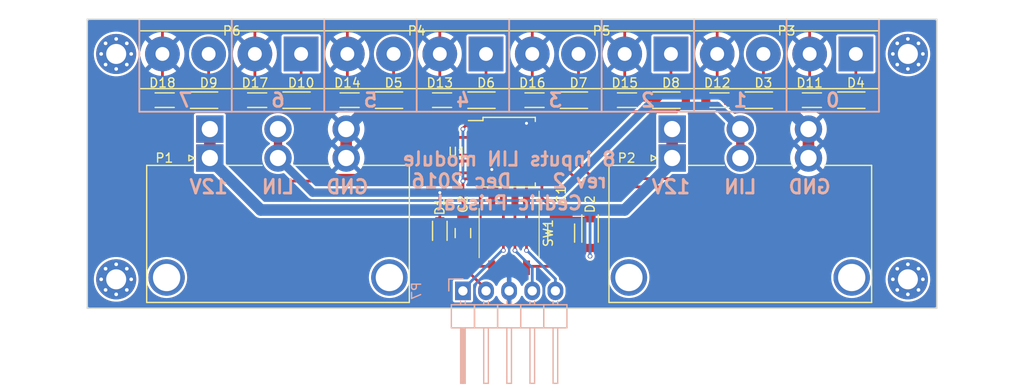
<source format=kicad_pcb>
(kicad_pcb (version 20221018) (generator pcbnew)
  (layers (0 "F.Cu" signal) (31 "B.Cu" signal) (34 "B.Paste" user) (35 "F.Paste" user) (36 "B.SilkS" user "B.Silkscreen") (37 "F.SilkS" user "F.Silkscreen") (38 "B.Mask" user) (39 "F.Mask" user) (44 "Edge.Cuts" user))
  (net 0 "")
  (net 1 "GND")
  (net 2 "Net-(U1-Pad12)")
  (net 3 "Net-(D10-Pad1)")
  (net 4 "Net-(D11-Pad1)")
  (net 5 "/lin_common/12V_UNPROTECTED")
  (net 6 "/lin_common/A0")
  (net 7 "/lin_common/A1")
  (net 8 "/lin_common/A2")
  (net 9 "/lin_common/A3")
  (net 10 "/Sheet584DA639/+12V")
  (net 11 "/Sheet584DA639/+5V")
  (net 12 "/Sheet584DA639/LBUS")
  (net 13 "Net-(D12-Pad1)")
  (net 14 "Net-(D14-Pad1)")
  (net 15 "Net-(D13-Pad1)")
  (net 16 "Net-(D16-Pad1)")
  (net 17 "Net-(D15-Pad1)")
  (net 18 "Net-(D18-Pad1)")
  (net 19 "/IN1")
  (net 20 "/IN0")
  (net 21 "/IN5")
  (net 22 "/IN4")
  (net 23 "/IN3")
  (net 24 "/IN2")
  (net 25 "/IN7")
  (net 26 "/IN6")
  (footprint "Capacitors_SMD:C_1210_HandSoldering" (layer "F.Cu") (at 200.66 79.375 -90)
    (fp_text reference "C1" (at -4.191 0 270) (layer "F.SilkS"))
    (fp_text value "10uF")
    (pad "1" smd rect (at -2 0 270) (size 2 2.5) (layers "F.Cu" "F.Paste" "F.Mask") (net 10 "/Sheet584DA639/+12V"))
    (pad "2" smd rect (at 2 0 270) (size 2 2.5) (layers "F.Cu" "F.Paste" "F.Mask") (net 1 "GND"))
  )
  (footprint "Capacitors_SMD:C_0805_HandSoldering" (layer "F.Cu") (at 189.865 79.375 -90)
    (fp_text reference "C2" (at -3.175 0 270) (layer "F.SilkS"))
    (fp_text value "1uF")
    (pad "1" smd rect (at -1.25 0 270) (size 1.5 1.25) (layers "F.Cu" "F.Paste" "F.Mask") (net 11 "/Sheet584DA639/+5V"))
    (pad "2" smd rect (at 1.25 0 270) (size 1.5 1.25) (layers "F.Cu" "F.Paste" "F.Mask") (net 1 "GND"))
  )
  (footprint "Diodes_SMD:SOD-123" (layer "F.Cu") (at 222.885 64.77)
    (fp_text reference "D3" (at 0 -1.905) (layer "F.SilkS"))
    (fp_text value "1N4148W-7-F")
    (pad "1" smd rect (at -1.635 0) (size 0.91 1.22) (layers "F.Cu" "F.Paste" "F.Mask") (net 13 "Net-(D12-Pad1)"))
    (pad "2" smd rect (at 1.635 0) (size 0.91 1.22) (layers "F.Cu" "F.Paste" "F.Mask") (net 19 "/IN1"))
  )
  (footprint "Diodes_SMD:SOD-123" (layer "F.Cu") (at 233.045 64.77)
    (fp_text reference "D4" (at 0 -1.905) (layer "F.SilkS"))
    (fp_text value "1N4148W-7-F")
    (pad "1" smd rect (at -1.635 0) (size 0.91 1.22) (layers "F.Cu" "F.Paste" "F.Mask") (net 4 "Net-(D11-Pad1)"))
    (pad "2" smd rect (at 1.635 0) (size 0.91 1.22) (layers "F.Cu" "F.Paste" "F.Mask") (net 20 "/IN0"))
  )
  (footprint "Diodes_SMD:SOD-123" (layer "F.Cu") (at 182.245 64.77)
    (fp_text reference "D5" (at 0 -1.905) (layer "F.SilkS"))
    (fp_text value "1N4148W-7-F")
    (pad "1" smd rect (at -1.635 0) (size 0.91 1.22) (layers "F.Cu" "F.Paste" "F.Mask") (net 14 "Net-(D14-Pad1)"))
    (pad "2" smd rect (at 1.635 0) (size 0.91 1.22) (layers "F.Cu" "F.Paste" "F.Mask") (net 21 "/IN5"))
  )
  (footprint "Diodes_SMD:SOD-123" (layer "F.Cu") (at 192.405 64.77)
    (fp_text reference "D6" (at 0 -1.905) (layer "F.SilkS"))
    (fp_text value "1N4148W-7-F")
    (pad "1" smd rect (at -1.635 0) (size 0.91 1.22) (layers "F.Cu" "F.Paste" "F.Mask") (net 15 "Net-(D13-Pad1)"))
    (pad "2" smd rect (at 1.635 0) (size 0.91 1.22) (layers "F.Cu" "F.Paste" "F.Mask") (net 22 "/IN4"))
  )
  (footprint "Diodes_SMD:SOD-123" (layer "F.Cu") (at 202.565 64.77)
    (fp_text reference "D7" (at 0 -1.905) (layer "F.SilkS"))
    (fp_text value "1N4148W-7-F")
    (pad "1" smd rect (at -1.635 0) (size 0.91 1.22) (layers "F.Cu" "F.Paste" "F.Mask") (net 16 "Net-(D16-Pad1)"))
    (pad "2" smd rect (at 1.635 0) (size 0.91 1.22) (layers "F.Cu" "F.Paste" "F.Mask") (net 23 "/IN3"))
  )
  (footprint "Diodes_SMD:SOD-123" (layer "F.Cu") (at 212.725 64.77)
    (fp_text reference "D8" (at 0 -1.905) (layer "F.SilkS"))
    (fp_text value "1N4148W-7-F")
    (pad "1" smd rect (at -1.635 0) (size 0.91 1.22) (layers "F.Cu" "F.Paste" "F.Mask") (net 17 "Net-(D15-Pad1)"))
    (pad "2" smd rect (at 1.635 0) (size 0.91 1.22) (layers "F.Cu" "F.Paste" "F.Mask") (net 24 "/IN2"))
  )
  (footprint "Diodes_SMD:SOD-123" (layer "F.Cu") (at 161.925 64.77)
    (fp_text reference "D9" (at 0 -1.905) (layer "F.SilkS"))
    (fp_text value "1N4148W-7-F")
    (pad "1" smd rect (at -1.635 0) (size 0.91 1.22) (layers "F.Cu" "F.Paste" "F.Mask") (net 18 "Net-(D18-Pad1)"))
    (pad "2" smd rect (at 1.635 0) (size 0.91 1.22) (layers "F.Cu" "F.Paste" "F.Mask") (net 25 "/IN7"))
  )
  (footprint "Diodes_SMD:SOD-123" (layer "F.Cu") (at 172.085 64.77)
    (fp_text reference "D10" (at 0 -1.905) (layer "F.SilkS"))
    (fp_text value "1N4148W-7-F")
    (pad "1" smd rect (at -1.635 0) (size 0.91 1.22) (layers "F.Cu" "F.Paste" "F.Mask") (net 3 "Net-(D10-Pad1)"))
    (pad "2" smd rect (at 1.635 0) (size 0.91 1.22) (layers "F.Cu" "F.Paste" "F.Mask") (net 26 "/IN6"))
  )
  (footprint "Housings_SSOP:SSOP-20_5.3x7.2mm_Pitch0.65mm" (layer "F.Cu") (at 194.945 70.485)
    (fp_text reference "U1" (at -5.715 0) (layer "F.SilkS"))
    (fp_text value "PIC16F1829LIN")
    (pad "1" smd rect (at -3.6 -2.925) (size 1.75 0.45) (layers "F.Cu" "F.Paste" "F.Mask") (net 11 "/Sheet584DA639/+5V"))
    (pad "2" smd rect (at -3.6 -2.275) (size 1.75 0.45) (layers "F.Cu" "F.Paste" "F.Mask") (net 22 "/IN4"))
    (pad "3" smd rect (at -3.6 -1.625) (size 1.75 0.45) (layers "F.Cu" "F.Paste" "F.Mask") (net 21 "/IN5"))
    (pad "4" smd rect (at -3.6 -0.975) (size 1.75 0.45) (layers "F.Cu" "F.Paste" "F.Mask") (net 8 "/lin_common/A2"))
    (pad "5" smd rect (at -3.6 -0.325) (size 1.75 0.45) (layers "F.Cu" "F.Paste" "F.Mask") (net 9 "/lin_common/A3"))
    (pad "6" smd rect (at -3.6 0.325) (size 1.75 0.45) (layers "F.Cu" "F.Paste" "F.Mask") (net 26 "/IN6"))
    (pad "7" smd rect (at -3.6 0.975) (size 1.75 0.45) (layers "F.Cu" "F.Paste" "F.Mask") (net 25 "/IN7"))
    (pad "8" smd rect (at -3.6 1.625) (size 1.75 0.45) (layers "F.Cu" "F.Paste" "F.Mask") (net 1 "GND"))
    (pad "9" smd rect (at -3.6 2.275) (size 1.75 0.45) (layers "F.Cu" "F.Paste" "F.Mask") (net 12 "/Sheet584DA639/LBUS"))
    (pad "10" smd rect (at -3.6 2.925) (size 1.75 0.45) (layers "F.Cu" "F.Paste" "F.Mask") (net 11 "/Sheet584DA639/+5V"))
    (pad "11" smd rect (at 3.6 2.925) (size 1.75 0.45) (layers "F.Cu" "F.Paste" "F.Mask") (net 10 "/Sheet584DA639/+12V"))
    (pad "12" smd rect (at 3.6 2.275) (size 1.75 0.45) (layers "F.Cu" "F.Paste" "F.Mask") (net 2 "Net-(U1-Pad12)"))
    (pad "13" smd rect (at 3.6 1.625) (size 1.75 0.45) (layers "F.Cu" "F.Paste" "F.Mask") (net 2 "Net-(U1-Pad12)"))
    (pad "14" smd rect (at 3.6 0.975) (size 1.75 0.45) (layers "F.Cu" "F.Paste" "F.Mask") (net 20 "/IN0"))
    (pad "15" smd rect (at 3.6 0.325) (size 1.75 0.45) (layers "F.Cu" "F.Paste" "F.Mask") (net 19 "/IN1"))
    (pad "16" smd rect (at 3.6 -0.325) (size 1.75 0.45) (layers "F.Cu" "F.Paste" "F.Mask") (net 24 "/IN2"))
    (pad "17" smd rect (at 3.6 -0.975) (size 1.75 0.45) (layers "F.Cu" "F.Paste" "F.Mask") (net 23 "/IN3"))
    (pad "18" smd rect (at 3.6 -1.625) (size 1.75 0.45) (layers "F.Cu" "F.Paste" "F.Mask") (net 6 "/lin_common/A0"))
    (pad "19" smd rect (at 3.6 -2.275) (size 1.75 0.45) (layers "F.Cu" "F.Paste" "F.Mask") (net 7 "/lin_common/A1"))
    (pad "20" smd rect (at 3.6 -2.925) (size 1.75 0.45) (layers "F.Cu" "F.Paste" "F.Mask") (net 1 "GND"))
  )
  (footprint "Diodes_SMD:SOD-323_HandSoldering" (layer "F.Cu") (at 187.325 79.375 -90)
    (fp_text reference "D1" (at -2.921 0 270) (layer "F.SilkS"))
    (fp_text value "RSB36V")
    (pad "1" smd rect (at -1.25 0 270) (size 1 1) (layers "F.Cu" "F.Paste" "F.Mask") (net 12 "/Sheet584DA639/LBUS"))
    (pad "2" smd rect (at 1.25 0 270) (size 1 1) (layers "F.Cu" "F.Paste" "F.Mask") (net 1 "GND"))
  )
  (footprint "Diodes_SMD:SOD-123" (layer "F.Cu") (at 203.835 79.375 -90)
    (fp_text reference "D2" (at -3.175 0 270) (layer "F.SilkS"))
    (fp_text value "1N4148W-7-F")
    (pad "1" smd rect (at -1.635 0 270) (size 0.91 1.22) (layers "F.Cu" "F.Paste" "F.Mask") (net 10 "/Sheet584DA639/+12V"))
    (pad "2" smd rect (at 1.635 0 270) (size 0.91 1.22) (layers "F.Cu" "F.Paste" "F.Mask") (net 5 "/lin_common/12V_UNPROTECTED"))
  )
  (footprint "Connectors_Molex:Molex_Sabre_43160-XX03_03x7.49mm_Angled_BoardLock" (layer "F.Cu") (at 162.055 71.125)
    (fp_text reference "P1" (at -5 0) (layer "F.SilkS"))
    (fp_text value "MOLEX-0431603103")
    (pad "" thru_hole circle (at -4.75 13.13) (size 4 4) (drill 3) (layers "*.Cu" "*.Mask"))
    (pad "" thru_hole circle (at 19.73 13.13) (size 4 4) (drill 3) (layers "*.Cu" "*.Mask"))
    (pad "1" thru_hole rect (at 0 -3.18) (size 3 3) (drill 1.78) (layers "*.Cu" "*.Mask") (net 5 "/lin_common/12V_UNPROTECTED"))
    (pad "1" thru_hole rect (at 0 0) (size 3 3) (drill 1.78) (layers "*.Cu" "*.Mask") (net 5 "/lin_common/12V_UNPROTECTED"))
    (pad "2" thru_hole circle (at 7.49 -3.18) (size 3 3) (drill 1.78) (layers "*.Cu" "*.Mask") (net 12 "/Sheet584DA639/LBUS"))
    (pad "2" thru_hole circle (at 7.49 0) (size 3 3) (drill 1.78) (layers "*.Cu" "*.Mask") (net 12 "/Sheet584DA639/LBUS"))
    (pad "3" thru_hole circle (at 14.98 -3.18) (size 3 3) (drill 1.78) (layers "*.Cu" "*.Mask") (net 1 "GND"))
    (pad "3" thru_hole circle (at 14.98 0) (size 3 3) (drill 1.78) (layers "*.Cu" "*.Mask") (net 1 "GND"))
  )
  (footprint "Connectors_Molex:Molex_Sabre_43160-XX03_03x7.49mm_Angled_BoardLock" (layer "F.Cu") (at 212.855 71.125)
    (fp_text reference "P2" (at -5 0) (layer "F.SilkS"))
    (fp_text value "MOLEX-0431603103")
    (pad "" thru_hole circle (at -4.75 13.13) (size 4 4) (drill 3) (layers "*.Cu" "*.Mask"))
    (pad "" thru_hole circle (at 19.73 13.13) (size 4 4) (drill 3) (layers "*.Cu" "*.Mask"))
    (pad "1" thru_hole rect (at 0 -3.18) (size 3 3) (drill 1.78) (layers "*.Cu" "*.Mask") (net 5 "/lin_common/12V_UNPROTECTED"))
    (pad "1" thru_hole rect (at 0 0) (size 3 3) (drill 1.78) (layers "*.Cu" "*.Mask") (net 5 "/lin_common/12V_UNPROTECTED"))
    (pad "2" thru_hole circle (at 7.49 -3.18) (size 3 3) (drill 1.78) (layers "*.Cu" "*.Mask") (net 12 "/Sheet584DA639/LBUS"))
    (pad "2" thru_hole circle (at 7.49 0) (size 3 3) (drill 1.78) (layers "*.Cu" "*.Mask") (net 12 "/Sheet584DA639/LBUS"))
    (pad "3" thru_hole circle (at 14.98 -3.18) (size 3 3) (drill 1.78) (layers "*.Cu" "*.Mask") (net 1 "GND"))
    (pad "3" thru_hole circle (at 14.98 0) (size 3 3) (drill 1.78) (layers "*.Cu" "*.Mask") (net 1 "GND"))
  )
  (footprint "Connect:bornier4" (layer "F.Cu") (at 225.425 59.69 180)
    (fp_text reference "P3" (at 0 2.54 180) (layer "F.SilkS"))
    (fp_text value "TE-282836-4")
    (pad "1" thru_hole rect (at -7.62 0 180) (size 3.81 3.81) (drill 1.524) (layers "*.Cu" "*.Mask") (net 4 "Net-(D11-Pad1)"))
    (pad "2" thru_hole circle (at -2.54 0 180) (size 3.81 3.81) (drill 1.524) (layers "*.Cu" "*.Mask") (net 1 "GND"))
    (pad "3" thru_hole circle (at 2.54 0 180) (size 3.81 3.81) (drill 1.524) (layers "*.Cu" "*.Mask") (net 13 "Net-(D12-Pad1)"))
    (pad "4" thru_hole circle (at 7.62 0 180) (size 3.81 3.81) (drill 1.524) (layers "*.Cu" "*.Mask") (net 1 "GND"))
  )
  (footprint "Connect:bornier4" (layer "F.Cu") (at 205.105 59.69 180)
    (fp_text reference "P5" (at 0 2.54 180) (layer "F.SilkS"))
    (fp_text value "TE-282836-4")
    (pad "1" thru_hole rect (at -7.62 0 180) (size 3.81 3.81) (drill 1.524) (layers "*.Cu" "*.Mask") (net 17 "Net-(D15-Pad1)"))
    (pad "2" thru_hole circle (at -2.54 0 180) (size 3.81 3.81) (drill 1.524) (layers "*.Cu" "*.Mask") (net 1 "GND"))
    (pad "3" thru_hole circle (at 2.54 0 180) (size 3.81 3.81) (drill 1.524) (layers "*.Cu" "*.Mask") (net 16 "Net-(D16-Pad1)"))
    (pad "4" thru_hole circle (at 7.62 0 180) (size 3.81 3.81) (drill 1.524) (layers "*.Cu" "*.Mask") (net 1 "GND"))
  )
  (footprint "Connect:bornier4" (layer "F.Cu") (at 184.785 59.69 180)
    (fp_text reference "P4" (at 0 2.54 180) (layer "F.SilkS"))
    (fp_text value "TE-282836-4")
    (pad "1" thru_hole rect (at -7.62 0 180) (size 3.81 3.81) (drill 1.524) (layers "*.Cu" "*.Mask") (net 15 "Net-(D13-Pad1)"))
    (pad "2" thru_hole circle (at -2.54 0 180) (size 3.81 3.81) (drill 1.524) (layers "*.Cu" "*.Mask") (net 1 "GND"))
    (pad "3" thru_hole circle (at 2.54 0 180) (size 3.81 3.81) (drill 1.524) (layers "*.Cu" "*.Mask") (net 14 "Net-(D14-Pad1)"))
    (pad "4" thru_hole circle (at 7.62 0 180) (size 3.81 3.81) (drill 1.524) (layers "*.Cu" "*.Mask") (net 1 "GND"))
  )
  (footprint "Connect:bornier4" (layer "F.Cu") (at 164.465 59.69 180)
    (fp_text reference "P6" (at 0 2.54 180) (layer "F.SilkS"))
    (fp_text value "TE-282836-4")
    (pad "1" thru_hole rect (at -7.62 0 180) (size 3.81 3.81) (drill 1.524) (layers "*.Cu" "*.Mask") (net 3 "Net-(D10-Pad1)"))
    (pad "2" thru_hole circle (at -2.54 0 180) (size 3.81 3.81) (drill 1.524) (layers "*.Cu" "*.Mask") (net 1 "GND"))
    (pad "3" thru_hole circle (at 2.54 0 180) (size 3.81 3.81) (drill 1.524) (layers "*.Cu" "*.Mask") (net 18 "Net-(D18-Pad1)"))
    (pad "4" thru_hole circle (at 7.62 0 180) (size 3.81 3.81) (drill 1.524) (layers "*.Cu" "*.Mask") (net 1 "GND"))
  )
  (footprint "Diodes_SMD:SOD-323_HandSoldering" (layer "F.Cu") (at 227.965 64.77 180)
    (fp_text reference "D11" (at 0 1.905 180) (layer "F.SilkS"))
    (fp_text value "RSB36V")
    (pad "1" smd rect (at -1.25 0 180) (size 1 1) (layers "F.Cu" "F.Paste" "F.Mask") (net 4 "Net-(D11-Pad1)"))
    (pad "2" smd rect (at 1.25 0 180) (size 1 1) (layers "F.Cu" "F.Paste" "F.Mask") (net 1 "GND"))
  )
  (footprint "Diodes_SMD:SOD-323_HandSoldering" (layer "F.Cu") (at 217.805 64.77 180)
    (fp_text reference "D12" (at 0 1.905 180) (layer "F.SilkS"))
    (fp_text value "RSB36V")
    (pad "1" smd rect (at -1.25 0 180) (size 1 1) (layers "F.Cu" "F.Paste" "F.Mask") (net 13 "Net-(D12-Pad1)"))
    (pad "2" smd rect (at 1.25 0 180) (size 1 1) (layers "F.Cu" "F.Paste" "F.Mask") (net 1 "GND"))
  )
  (footprint "Diodes_SMD:SOD-323_HandSoldering" (layer "F.Cu") (at 187.325 64.77 180)
    (fp_text reference "D13" (at 0 1.905 180) (layer "F.SilkS"))
    (fp_text value "RSB36V")
    (pad "1" smd rect (at -1.25 0 180) (size 1 1) (layers "F.Cu" "F.Paste" "F.Mask") (net 15 "Net-(D13-Pad1)"))
    (pad "2" smd rect (at 1.25 0 180) (size 1 1) (layers "F.Cu" "F.Paste" "F.Mask") (net 1 "GND"))
  )
  (footprint "Diodes_SMD:SOD-323_HandSoldering" (layer "F.Cu") (at 177.165 64.77 180)
    (fp_text reference "D14" (at 0 1.905 180) (layer "F.SilkS"))
    (fp_text value "RSB36V")
    (pad "1" smd rect (at -1.25 0 180) (size 1 1) (layers "F.Cu" "F.Paste" "F.Mask") (net 14 "Net-(D14-Pad1)"))
    (pad "2" smd rect (at 1.25 0 180) (size 1 1) (layers "F.Cu" "F.Paste" "F.Mask") (net 1 "GND"))
  )
  (footprint "Diodes_SMD:SOD-323_HandSoldering" (layer "F.Cu") (at 207.645 64.77 180)
    (fp_text reference "D15" (at 0 1.905 180) (layer "F.SilkS"))
    (fp_text value "RSB36V")
    (pad "1" smd rect (at -1.25 0 180) (size 1 1) (layers "F.Cu" "F.Paste" "F.Mask") (net 17 "Net-(D15-Pad1)"))
    (pad "2" smd rect (at 1.25 0 180) (size 1 1) (layers "F.Cu" "F.Paste" "F.Mask") (net 1 "GND"))
  )
  (footprint "Diodes_SMD:SOD-323_HandSoldering" (layer "F.Cu") (at 197.485 64.77 180)
    (fp_text reference "D16" (at 0 1.905 180) (layer "F.SilkS"))
    (fp_text value "RSB36V")
    (pad "1" smd rect (at -1.25 0 180) (size 1 1) (layers "F.Cu" "F.Paste" "F.Mask") (net 16 "Net-(D16-Pad1)"))
    (pad "2" smd rect (at 1.25 0 180) (size 1 1) (layers "F.Cu" "F.Paste" "F.Mask") (net 1 "GND"))
  )
  (footprint "Diodes_SMD:SOD-323_HandSoldering" (layer "F.Cu") (at 167.005 64.77 180)
    (fp_text reference "D17" (at 0 1.905 180) (layer "F.SilkS"))
    (fp_text value "RSB36V")
    (pad "1" smd rect (at -1.25 0 180) (size 1 1) (layers "F.Cu" "F.Paste" "F.Mask") (net 3 "Net-(D10-Pad1)"))
    (pad "2" smd rect (at 1.25 0 180) (size 1 1) (layers "F.Cu" "F.Paste" "F.Mask") (net 1 "GND"))
  )
  (footprint "Diodes_SMD:SOD-323_HandSoldering" (layer "F.Cu") (at 156.845 64.77 180)
    (fp_text reference "D18" (at 0 1.905 180) (layer "F.SilkS"))
    (fp_text value "RSB36V")
    (pad "1" smd rect (at -1.25 0 180) (size 1 1) (layers "F.Cu" "F.Paste" "F.Mask") (net 18 "Net-(D18-Pad1)"))
    (pad "2" smd rect (at 1.25 0 180) (size 1 1) (layers "F.Cu" "F.Paste" "F.Mask") (net 1 "GND"))
  )
  (footprint "Mounting_Holes:MountingHole_2.2mm_M2_Pad_Via" (layer "F.Cu") (at 151.765 84.455)
    (fp_text reference "REF**" hide)
    (fp_text value "MountingHole_2.2mm_M2_Pad_Via")
    (pad "" thru_hole circle locked (at -1.65 0) (size 0.6 0.6) (drill 0.4) (layers "*.Cu" "*.Mask"))
    (pad "" thru_hole circle locked (at -1.166726 -1.166726) (size 0.6 0.6) (drill 0.4) (layers "*.Cu" "*.Mask"))
    (pad "" thru_hole circle locked (at -1.166726 1.166726) (size 0.6 0.6) (drill 0.4) (layers "*.Cu" "*.Mask"))
    (pad "" thru_hole circle locked (at 0 -1.65) (size 0.6 0.6) (drill 0.4) (layers "*.Cu" "*.Mask"))
    (pad "" thru_hole circle locked (at 0 1.65) (size 0.6 0.6) (drill 0.4) (layers "*.Cu" "*.Mask"))
    (pad "" thru_hole circle locked (at 1.166726 -1.166726) (size 0.6 0.6) (drill 0.4) (layers "*.Cu" "*.Mask"))
    (pad "" thru_hole circle locked (at 1.166726 1.166726) (size 0.6 0.6) (drill 0.4) (layers "*.Cu" "*.Mask"))
    (pad "" thru_hole circle locked (at 1.65 0) (size 0.6 0.6) (drill 0.4) (layers "*.Cu" "*.Mask"))
    (pad "1" thru_hole circle locked (at 0 0) (size 4.4 4.4) (drill 2.2) (layers "*.Cu" "*.Mask"))
  )
  (footprint "Mounting_Holes:MountingHole_2.2mm_M2_Pad_Via" (layer "F.Cu") (at 151.765 59.69)
    (fp_text reference "REF**" hide)
    (fp_text value "MountingHole_2.2mm_M2_Pad_Via")
    (pad "" thru_hole circle locked (at -1.65 0) (size 0.6 0.6) (drill 0.4) (layers "*.Cu" "*.Mask"))
    (pad "" thru_hole circle locked (at -1.166726 -1.166726) (size 0.6 0.6) (drill 0.4) (layers "*.Cu" "*.Mask"))
    (pad "" thru_hole circle locked (at -1.166726 1.166726) (size 0.6 0.6) (drill 0.4) (layers "*.Cu" "*.Mask"))
    (pad "" thru_hole circle locked (at 0 -1.65) (size 0.6 0.6) (drill 0.4) (layers "*.Cu" "*.Mask"))
    (pad "" thru_hole circle locked (at 0 1.65) (size 0.6 0.6) (drill 0.4) (layers "*.Cu" "*.Mask"))
    (pad "" thru_hole circle locked (at 1.166726 -1.166726) (size 0.6 0.6) (drill 0.4) (layers "*.Cu" "*.Mask"))
    (pad "" thru_hole circle locked (at 1.166726 1.166726) (size 0.6 0.6) (drill 0.4) (layers "*.Cu" "*.Mask"))
    (pad "" thru_hole circle locked (at 1.65 0) (size 0.6 0.6) (drill 0.4) (layers "*.Cu" "*.Mask"))
    (pad "1" thru_hole circle locked (at 0 0) (size 4.4 4.4) (drill 2.2) (layers "*.Cu" "*.Mask"))
  )
  (footprint "Mounting_Holes:MountingHole_2.2mm_M2_Pad_Via" (layer "F.Cu") (at 238.76 59.69)
    (fp_text reference "REF**" hide)
    (fp_text value "MountingHole_2.2mm_M2_Pad_Via")
    (pad "" thru_hole circle locked (at -1.65 0) (size 0.6 0.6) (drill 0.4) (layers "*.Cu" "*.Mask"))
    (pad "" thru_hole circle locked (at -1.166726 -1.166726) (size 0.6 0.6) (drill 0.4) (layers "*.Cu" "*.Mask"))
    (pad "" thru_hole circle locked (at -1.166726 1.166726) (size 0.6 0.6) (drill 0.4) (layers "*.Cu" "*.Mask"))
    (pad "" thru_hole circle locked (at 0 -1.65) (size 0.6 0.6) (drill 0.4) (layers "*.Cu" "*.Mask"))
    (pad "" thru_hole circle locked (at 0 1.65) (size 0.6 0.6) (drill 0.4) (layers "*.Cu" "*.Mask"))
    (pad "" thru_hole circle locked (at 1.166726 -1.166726) (size 0.6 0.6) (drill 0.4) (layers "*.Cu" "*.Mask"))
    (pad "" thru_hole circle locked (at 1.166726 1.166726) (size 0.6 0.6) (drill 0.4) (layers "*.Cu" "*.Mask"))
    (pad "" thru_hole circle locked (at 1.65 0) (size 0.6 0.6) (drill 0.4) (layers "*.Cu" "*.Mask"))
    (pad "1" thru_hole circle locked (at 0 0) (size 4.4 4.4) (drill 2.2) (layers "*.Cu" "*.Mask"))
  )
  (footprint "Mounting_Holes:MountingHole_2.2mm_M2_Pad_Via" (layer "F.Cu") (at 238.76 84.455)
    (fp_text reference "REF**" hide)
    (fp_text value "MountingHole_2.2mm_M2_Pad_Via")
    (pad "" thru_hole circle locked (at -1.65 0) (size 0.6 0.6) (drill 0.4) (layers "*.Cu" "*.Mask"))
    (pad "" thru_hole circle locked (at -1.166726 -1.166726) (size 0.6 0.6) (drill 0.4) (layers "*.Cu" "*.Mask"))
    (pad "" thru_hole circle locked (at -1.166726 1.166726) (size 0.6 0.6) (drill 0.4) (layers "*.Cu" "*.Mask"))
    (pad "" thru_hole circle locked (at 0 -1.65) (size 0.6 0.6) (drill 0.4) (layers "*.Cu" "*.Mask"))
    (pad "" thru_hole circle locked (at 0 1.65) (size 0.6 0.6) (drill 0.4) (layers "*.Cu" "*.Mask"))
    (pad "" thru_hole circle locked (at 1.166726 -1.166726) (size 0.6 0.6) (drill 0.4) (layers "*.Cu" "*.Mask"))
    (pad "" thru_hole circle locked (at 1.166726 1.166726) (size 0.6 0.6) (drill 0.4) (layers "*.Cu" "*.Mask"))
    (pad "" thru_hole circle locked (at 1.65 0) (size 0.6 0.6) (drill 0.4) (layers "*.Cu" "*.Mask"))
    (pad "1" thru_hole circle locked (at 0 0) (size 4.4 4.4) (drill 2.2) (layers "*.Cu" "*.Mask"))
  )
  (footprint "Buttons_Switches_SMD:SW_DIP_x4_W7.62mm_Slide_Copal_CHS-B" (layer "F.Cu") (at 194.945 79.375 -90)
    (fp_text reference "SW1" (at 0 -4.295 270) (layer "F.SilkS"))
    (fp_text value "SW_DIP_x04")
    (pad "1" smd rect (at -3.81 -1.905 270) (size 1.6 0.76) (layers "F.Cu" "F.Mask") (net 6 "/lin_common/A0"))
    (pad "2" smd rect (at -3.81 -0.635 270) (size 1.6 0.76) (layers "F.Cu" "F.Mask") (net 7 "/lin_common/A1"))
    (pad "3" smd rect (at -3.81 0.635 270) (size 1.6 0.76) (layers "F.Cu" "F.Mask") (net 8 "/lin_common/A2"))
    (pad "4" smd rect (at -3.81 1.905 270) (size 1.6 0.76) (layers "F.Cu" "F.Mask") (net 9 "/lin_common/A3"))
    (pad "5" smd rect (at 3.81 1.905 270) (size 1.6 0.76) (layers "F.Cu" "F.Mask") (net 1 "GND"))
    (pad "6" smd rect (at 3.81 0.635 270) (size 1.6 0.76) (layers "F.Cu" "F.Mask") (net 1 "GND"))
    (pad "7" smd rect (at 3.81 -0.635 270) (size 1.6 0.76) (layers "F.Cu" "F.Mask") (net 1 "GND"))
    (pad "8" smd rect (at 3.81 -1.905 270) (size 1.6 0.76) (layers "F.Cu" "F.Mask") (net 1 "GND"))
  )
  (footprint "Pin_Headers:Pin_Header_Angled_1x05" (layer "B.Cu") (at 189.865 85.725 -90)
    (fp_text reference "P7" (at 0 5.1 270) (layer "B.SilkS") (effects (justify mirror)))
    (fp_text value "CONN_01X05")
    (pad "1" thru_hole rect (at 0 0 270) (size 2.032 1.7272) (drill 1.016) (layers "*.Cu" "*.Mask") (net 8 "/lin_common/A2"))
    (pad "2" thru_hole oval (at 0 -2.54 270) (size 2.032 1.7272) (drill 1.016) (layers "*.Cu" "*.Mask") (net 11 "/Sheet584DA639/+5V"))
    (pad "3" thru_hole oval (at 0 -5.08 270) (size 2.032 1.7272) (drill 1.016) (layers "*.Cu" "*.Mask") (net 1 "GND"))
    (pad "4" thru_hole oval (at 0 -7.62 270) (size 2.032 1.7272) (drill 1.016) (layers "*.Cu" "*.Mask") (net 7 "/lin_common/A1"))
    (pad "5" thru_hole oval (at 0 -10.16 270) (size 2.032 1.7272) (drill 1.016) (layers "*.Cu" "*.Mask") (net 6 "/lin_common/A0"))
  )
  (gr_line (start 225.425 55.88) (end 225.425 66.04) (stroke (width 0.2)) (layer "B.SilkS"))
  (gr_line (start 235.585 55.88) (end 235.585 66.04) (stroke (width 0.2)) (layer "B.SilkS"))
  (gr_line (start 215.265 55.88) (end 215.265 66.04) (stroke (width 0.2)) (layer "B.SilkS"))
  (gr_line (start 154.305 66.04) (end 235.585 66.04) (stroke (width 0.2)) (layer "B.SilkS"))
  (gr_line (start 174.625 55.88) (end 174.625 66.04) (stroke (width 0.2)) (layer "B.SilkS"))
  (gr_line (start 154.305 55.88) (end 154.305 66.04) (stroke (width 0.2)) (layer "B.SilkS"))
  (gr_line (start 194.945 55.88) (end 194.945 66.04) (stroke (width 0.2)) (layer "B.SilkS"))
  (gr_line (start 164.465 55.88) (end 164.465 66.04) (stroke (width 0.2)) (layer "B.SilkS"))
  (gr_line (start 184.785 55.88) (end 184.785 66.04) (stroke (width 0.2)) (layer "B.SilkS"))
  (gr_line (start 205.105 55.88) (end 205.105 66.04) (stroke (width 0.2)) (layer "B.SilkS"))
  (gr_line (start 241.935 55.88) (end 241.935 87.63) (stroke (width 0.15)) (layer "Edge.Cuts"))
  (gr_line (start 241.935 87.63) (end 148.59 87.63) (stroke (width 0.15)) (layer "Edge.Cuts"))
  (gr_line (start 148.59 87.63) (end 148.59 55.88) (stroke (width 0.15)) (layer "Edge.Cuts"))
  (gr_line (start 148.59 55.88) (end 241.935 55.88) (stroke (width 0.15)) (layer "Edge.Cuts"))
  (gr_text "4" (at 189.865 64.77) (layer "B.SilkS") (effects (font (size 1.5 1.5) (thickness 0.3)) (justify mirror)))
  (gr_text "12V" (at 212.725 74.295) (layer "B.SilkS") (effects (font (size 1.5 1.5) (thickness 0.3)) (justify mirror)))
  (gr_text "1" (at 220.345 64.77) (layer "B.SilkS") (effects (font (size 1.5 1.5) (thickness 0.3)) (justify mirror)))
  (gr_text "LIN" (at 220.345 74.295) (layer "B.SilkS") (effects (font (size 1.5 1.5) (thickness 0.3)) (justify mirror)))
  (gr_text "12V" (at 161.925 74.295) (layer "B.SilkS") (effects (font (size 1.5 1.5) (thickness 0.3)) (justify mirror)))
  (gr_text "8 inputs LIN module\nrev 2    Dec 2016\nCedric Priscal" (at 194.945 73.66) (layer "B.SilkS") (effects (font (size 1.5 1.5) (thickness 0.3)) (justify mirror)))
  (gr_text "GND" (at 177.165 74.295) (layer "B.SilkS") (effects (font (size 1.5 1.5) (thickness 0.3)) (justify mirror)))
  (gr_text "2" (at 210.185 64.77) (layer "B.SilkS") (effects (font (size 1.5 1.5) (thickness 0.3)) (justify mirror)))
  (gr_text "3" (at 200.025 64.77) (layer "B.SilkS") (effects (font (size 1.5 1.5) (thickness 0.3)) (justify mirror)))
  (gr_text "7" (at 159.385 64.77) (layer "B.SilkS") (effects (font (size 1.5 1.5) (thickness 0.3)) (justify mirror)))
  (gr_text "LIN" (at 169.545 74.295) (layer "B.SilkS") (effects (font (size 1.5 1.5) (thickness 0.3)) (justify mirror)))
  (gr_text "5" (at 179.705 64.77) (layer "B.SilkS") (effects (font (size 1.5 1.5) (thickness 0.3)) (justify mirror)))
  (gr_text "0" (at 230.505 64.77) (layer "B.SilkS") (effects (font (size 1.5 1.5) (thickness 0.3)) (justify mirror)))
  (gr_text "6" (at 169.545 64.77) (layer "B.SilkS") (effects (font (size 1.5 1.5) (thickness 0.3)) (justify mirror)))
  (gr_text "GND" (at 227.965 74.295) (layer "B.SilkS") (effects (font (size 1.5 1.5) (thickness 0.3)) (justify mirror)))
  (segment (start 227.965 57.15) (end 217.805 57.15) (width 0.3048) (layer "F.Cu") (net 1))
  (segment (start 187.325 63.5) (end 186.075 64.75) (width 0.3048) (layer "F.Cu") (net 1))
  (segment (start 186.075 64.75) (end 186.075 64.77) (width 0.3048) (layer "F.Cu") (net 1))
  (segment (start 193.04 72.39) (end 193.04 73.66) (width 0.3048) (layer "F.Cu") (net 1))
  (segment (start 217.805 63.5) (end 216.555 64.75) (width 0.3048) (layer "F.Cu") (net 1))
  (segment (start 227.965 59.69) (end 227.965 63.5) (width 0.3048) (layer "F.Cu") (net 1))
  (segment (start 156.845 59.69) (end 156.845 63.52) (width 0.3048) (layer "F.Cu") (net 1))
  (segment (start 191.2102 83.025) (end 192.4102 83.025) (width 0.3048) (layer "F.Cu") (net 1))
  (segment (start 217.805 57.15) (end 207.645 57.15) (width 0.3048) (layer "F.Cu") (net 1))
  (segment (start 200.66 81.375) (end 200.66 82.6798) (width 0.3048) (layer "F.Cu") (net 1))
  (segment (start 207.645 63.5) (end 206.375 64.77) (width 0.3048) (layer "F.Cu") (net 1))
  (segment (start 192.76 72.11) (end 193.04 72.39) (width 0.3048) (layer "F.Cu") (net 1))
  (segment (start 156.845 57.15) (end 167.005 57.15) (width 0.3048) (layer "F.Cu") (net 1))
  (segment (start 189.865 80.625) (end 189.865 81.6798) (width 0.3048) (layer "F.Cu") (net 1))
  (segment (start 207.645 59.69) (end 207.645 63.5) (width 0.3048) (layer "F.Cu") (net 1))
  (segment (start 156.845 59.69) (end 156.845 57.15) (width 0.3048) (layer "F.Cu") (net 1))
  (segment (start 197.485 63.5) (end 196.215 64.77) (width 0.3048) (layer "F.Cu") (net 1))
  (segment (start 200.66 82.6798) (end 200.3148 83.025) (width 0.3048) (layer "F.Cu") (net 1))
  (segment (start 167.005 59.69) (end 167.005 63.52) (width 0.3048) (layer "F.Cu") (net 1))
  (segment (start 194.945 85.725) (end 194.945 83.025) (width 0.3048) (layer "F.Cu") (net 1))
  (segment (start 226.715 64.75) (end 226.715 64.77) (width 0.3048) (layer "F.Cu") (net 1))
  (segment (start 227.965 59.69) (end 227.965 57.15) (width 0.3048) (layer "F.Cu") (net 1))
  (segment (start 197.485 59.69) (end 197.485 63.5) (width 0.3048) (layer "F.Cu") (net 1))
  (segment (start 167.005 63.52) (end 165.755 64.77) (width 0.3048) (layer "F.Cu") (net 1))
  (segment (start 191.77 74.93) (end 191.77 78.74) (width 0.3048) (layer "F.Cu") (net 1))
  (segment (start 196.215 64.77) (end 196.235 64.77) (width 0.3048) (layer "F.Cu") (net 1))
  (segment (start 216.555 64.75) (end 216.555 64.77) (width 0.3048) (layer "F.Cu") (net 1))
  (segment (start 191.75 78.74) (end 189.865 80.625) (width 0.3048) (layer "F.Cu") (net 1))
  (segment (start 177.165 59.69) (end 177.165 63.5) (width 0.3048) (layer "F.Cu") (net 1))
  (segment (start 197.4798 83.025) (end 196.85 83.025) (width 0.3048) (layer "F.Cu") (net 1))
  (segment (start 217.805 59.69) (end 217.805 57.15) (width 0.3048) (layer "F.Cu") (net 1))
  (segment (start 200.3148 83.025) (end 197.4798 83.025) (width 0.3048) (layer "F.Cu") (net 1))
  (segment (start 197.485 57.15) (end 187.325 57.15) (width 0.3048) (layer "F.Cu") (net 1))
  (segment (start 207.645 57.15) (end 197.485 57.15) (width 0.3048) (layer "F.Cu") (net 1))
  (segment (start 189.865 81.6798) (end 191.2102 83.025) (width 0.3048) (layer "F.Cu") (net 1))
  (segment (start 175.915 64.75) (end 175.915 64.77) (width 0.3048) (layer "F.Cu") (net 1))
  (segment (start 177.035 67.945) (end 177.035 71.125) (width 1.27) (layer "F.Cu") (net 1))
  (segment (start 193.04 83.025) (end 194.31 83.025) (width 0.3048) (layer "F.Cu") (net 1))
  (segment (start 194.31 83.025) (end 194.945 83.025) (width 0.3048) (layer "F.Cu") (net 1))
  (segment (start 187.325 80.625) (end 189.865 80.625) (width 0.3048) (layer "F.Cu") (net 1))
  (segment (start 198.545 67.56) (end 197.1 67.56) (width 0.3048) (layer "F.Cu") (net 1))
  (segment (start 192.4102 83.025) (end 193.04 83.025) (width 0.3048) (layer "F.Cu") (net 1))
  (segment (start 191.77 78.74) (end 191.75 78.74) (width 0.3048) (layer "F.Cu") (net 1))
  (segment (start 177.165 63.5) (end 175.915 64.75) (width 0.3048) (layer "F.Cu") (net 1))
  (segment (start 177.165 59.69) (end 177.165 57.15) (width 0.3048) (layer "F.Cu") (net 1))
  (segment (start 197.1 67.56) (end 196.85 67.31) (width 0.3048) (layer "F.Cu") (net 1))
  (segment (start 197.485 59.69) (end 197.485 57.15) (width 0.3048) (layer "F.Cu") (net 1))
  (segment (start 187.325 57.15) (end 177.165 57.15) (width 0.3048) (layer "F.Cu") (net 1))
  (segment (start 177.165 57.15) (end 167.005 57.15) (width 0.3048) (layer "F.Cu") (net 1))
  (segment (start 187.325 59.69) (end 187.325 63.5) (width 0.3048) (layer "F.Cu") (net 1))
  (segment (start 206.375 64.77) (end 206.395 64.77) (width 0.3048) (layer "F.Cu") (net 1))
  (segment (start 217.805 59.69) (end 217.805 63.5) (width 0.3048) (layer "F.Cu") (net 1))
  (segment (start 191.345 72.11) (end 192.76 72.11) (width 0.3048) (layer "F.Cu") (net 1))
  (segment (start 195.58 83.025) (end 196.85 83.025) (width 0.3048) (layer "F.Cu") (net 1))
  (segment (start 207.645 59.69) (end 207.645 57.15) (width 0.3048) (layer "F.Cu") (net 1))
  (segment (start 227.835 67.945) (end 227.835 71.125) (width 1.27) (layer "F.Cu") (net 1))
  (segment (start 194.945 83.025) (end 195.58 83.025) (width 0.3048) (layer "F.Cu") (net 1))
  (segment (start 156.845 63.52) (end 155.595 64.77) (width 0.3048) (layer "F.Cu") (net 1))
  (segment (start 187.325 59.69) (end 187.325 57.15) (width 0.3048) (layer "F.Cu") (net 1))
  (segment (start 167.005 57.15) (end 167.005 59.69) (width 0.3048) (layer "F.Cu") (net 1))
  (segment (start 193.04 73.66) (end 191.77 74.93) (width 0.3048) (layer "F.Cu") (net 1))
  (segment (start 227.965 63.5) (end 226.715 64.75) (width 0.3048) (layer "F.Cu") (net 1))
  (via (at 196.85 67.31) (size 0.508) (drill 0.3302) (layers "F.Cu" "B.Cu") (net 1))
  (via (at 193.04 72.39) (size 0.508) (drill 0.3302) (layers "F.Cu" "B.Cu") (net 1))
  (segment (start 194.945 63.5) (end 223.39 63.5) (width 1.27) (layer "B.Cu") (net 1))
  (segment (start 226.335001 66.445001) (end 227.835 67.945) (width 1.27) (layer "B.Cu") (net 1))
  (segment (start 181.48 63.5) (end 194.945 63.5) (width 1.27) (layer "B.Cu") (net 1))
  (segment (start 194.945 67.31) (end 194.945 63.5) (width 0.3048) (layer "B.Cu") (net 1))
  (segment (start 223.39 63.5) (end 226.335001 66.445001) (width 1.27) (layer "B.Cu") (net 1))
  (segment (start 194.945 70.485) (end 194.945 67.31) (width 0.3048) (layer "B.Cu") (net 1))
  (segment (start 177.035 67.945) (end 181.48 63.5) (width 1.27) (layer "B.Cu") (net 1))
  (segment (start 196.85 67.31) (end 194.945 67.31) (width 0.3048) (layer "B.Cu") (net 1))
  (segment (start 193.04 72.39) (end 194.945 70.485) (width 0.3048) (layer "B.Cu") (net 1))
  (segment (start 198.545 72.76) (end 198.545 72.11) (width 0.3048) (layer "F.Cu") (net 2))
  (segment (start 172.085 59.69) (end 172.085 63.5) (width 0.3048) (layer "F.Cu") (net 3))
  (segment (start 172.085 63.5) (end 170.815 64.77) (width 0.3048) (layer "F.Cu") (net 3))
  (segment (start 168.255 64.77) (end 170.45 64.77) (width 0.3048) (layer "F.Cu") (net 3))
  (segment (start 170.815 64.77) (end 170.45 64.77) (width 0.3048) (layer "F.Cu") (net 3))
  (segment (start 231.41 64.77) (end 229.215 64.77) (width 0.3048) (layer "F.Cu") (net 4))
  (segment (start 233.045 63.5) (end 231.775 64.77) (width 0.3048) (layer "F.Cu") (net 4))
  (segment (start 233.045 59.69) (end 233.045 63.5) (width 0.3048) (layer "F.Cu") (net 4))
  (segment (start 231.775 64.77) (end 231.41 64.77) (width 0.3048) (layer "F.Cu") (net 4))
  (segment (start 162.055 69.7498) (end 162.055 71.125) (width 1.27) (layer "F.Cu") (net 5))
  (segment (start 203.835 81.915) (end 203.835 81.01) (width 0.3048) (layer "F.Cu") (net 5))
  (segment (start 212.855 69.7498) (end 212.855 71.125) (width 1.27) (layer "F.Cu") (net 5))
  (segment (start 212.855 67.945) (end 212.855 69.7498) (width 1.27) (layer "F.Cu") (net 5))
  (segment (start 162.055 67.945) (end 162.055 69.7498) (width 1.27) (layer "F.Cu") (net 5))
  (via (at 203.835 81.915) (size 0.508) (drill 0.3302) (layers "F.Cu" "B.Cu") (net 5))
  (segment (start 212.855 71.125) (end 212.855 71.625) (width 1.27) (layer "B.Cu") (net 5))
  (segment (start 203.835 76.835) (end 167.64 76.835) (width 1.27) (layer "B.Cu") (net 5))
  (segment (start 203.835 76.835) (end 203.835 81.915) (width 0.3048) (layer "B.Cu") (net 5))
  (segment (start 212.855 71.625) (end 207.645 76.835) (width 1.27) (layer "B.Cu") (net 5))
  (segment (start 162.055 71.25) (end 162.055 71.125) (width 1.27) (layer "B.Cu") (net 5))
  (segment (start 167.64 76.835) (end 162.055 71.25) (width 1.27) (layer "B.Cu") (net 5))
  (segment (start 207.645 76.835) (end 203.835 76.835) (width 1.27) (layer "B.Cu") (net 5))
  (segment (start 197.546358 68.86) (end 198.545 68.86) (width 0.3048) (layer "F.Cu") (net 6))
  (segment (start 196.85 75.725) (end 196.85 81.28) (width 0.3048) (layer "F.Cu") (net 6))
  (segment (start 196.85 75.725) (end 196.85 69.556358) (width 0.3048) (layer "F.Cu") (net 6))
  (segment (start 196.85 69.556358) (end 197.546358 68.86) (width 0.3048) (layer "F.Cu") (net 6))
  (via (at 196.85 81.28) (size 0.508) (drill 0.3302) (layers "F.Cu" "B.Cu") (net 6))
  (segment (start 196.9008 81.28) (end 196.85 81.28) (width 0.3048) (layer "B.Cu") (net 6))
  (segment (start 200.025 85.725) (end 200.025 84.4042) (width 0.3048) (layer "B.Cu") (net 6))
  (segment (start 200.025 84.4042) (end 196.9008 81.28) (width 0.3048) (layer "B.Cu") (net 6))
  (segment (start 197.3652 68.21) (end 195.58 69.9952) (width 0.3048) (layer "F.Cu") (net 7))
  (segment (start 198.545 68.21) (end 197.3652 68.21) (width 0.3048) (layer "F.Cu") (net 7))
  (segment (start 195.58 69.9952) (end 195.58 73.66) (width 0.3048) (layer "F.Cu") (net 7))
  (segment (start 195.58 75.725) (end 195.58 81.28) (width 0.3048) (layer "F.Cu") (net 7))
  (segment (start 195.58 73.66) (end 195.58 75.725) (width 0.3048) (layer "F.Cu") (net 7))
  (via (at 195.58 81.28) (size 0.508) (drill 0.3302) (layers "F.Cu" "B.Cu") (net 7))
  (segment (start 195.833999 81.533999) (end 195.58 81.28) (width 0.3048) (layer "B.Cu") (net 7))
  (segment (start 197.485 83.185) (end 195.833999 81.533999) (width 0.3048) (layer "B.Cu") (net 7))
  (segment (start 197.485 85.725) (end 197.485 83.185) (width 0.3048) (layer "B.Cu") (net 7))
  (segment (start 194.31 75.725) (end 194.31 81.28) (width 0.3048) (layer "F.Cu") (net 8))
  (segment (start 194.31 71.12) (end 192.7 69.51) (width 0.3048) (layer "F.Cu") (net 8))
  (segment (start 192.7 69.51) (end 191.345 69.51) (width 0.3048) (layer "F.Cu") (net 8))
  (segment (start 194.31 75.725) (end 194.31 71.12) (width 0.3048) (layer "F.Cu") (net 8))
  (via (at 194.31 81.28) (size 0.508) (drill 0.3302) (layers "F.Cu" "B.Cu") (net 8))
  (segment (start 194.1576 81.28) (end 194.31 81.28) (width 0.3048) (layer "B.Cu") (net 8))
  (segment (start 189.865 85.725) (end 189.865 85.5726) (width 0.3048) (layer "B.Cu") (net 8))
  (segment (start 189.865 85.5726) (end 194.1576 81.28) (width 0.3048) (layer "B.Cu") (net 8))
  (segment (start 193.675 71.491358) (end 193.675 74.295) (width 0.3048) (layer "F.Cu") (net 9))
  (segment (start 191.345 70.16) (end 192.343642 70.16) (width 0.3048) (layer "F.Cu") (net 9))
  (segment (start 193.675 74.295) (end 193.04 74.93) (width 0.3048) (layer "F.Cu") (net 9))
  (segment (start 192.343642 70.16) (end 193.675 71.491358) (width 0.3048) (layer "F.Cu") (net 9))
  (segment (start 193.04 74.93) (end 193.04 75.725) (width 0.3048) (layer "F.Cu") (net 9))
  (segment (start 198.545 73.41) (end 198.545 75.51) (width 0.3048) (layer "F.Cu") (net 10))
  (segment (start 198.545 75.51) (end 200.41 77.375) (width 0.3048) (layer "F.Cu") (net 10))
  (segment (start 201.025 77.74) (end 200.66 77.375) (width 0.3048) (layer "F.Cu") (net 10))
  (segment (start 200.41 77.375) (end 200.66 77.375) (width 0.3048) (layer "F.Cu") (net 10))
  (segment (start 203.835 77.74) (end 201.025 77.74) (width 0.3048) (layer "F.Cu") (net 10))
  (segment (start 186.055 81.28) (end 186.055 80.01) (width 0.3048) (layer "F.Cu") (net 11))
  (segment (start 189.865 67.8602) (end 189.865 67.945012) (width 0.3048) (layer "F.Cu") (net 11))
  (segment (start 188.595 79.375) (end 189.845 78.125) (width 0.3048) (layer "F.Cu") (net 11))
  (segment (start 186.69 79.375) (end 188.595 79.375) (width 0.3048) (layer "F.Cu") (net 11))
  (segment (start 189.865 73.66) (end 189.865 76.835) (width 0.3048) (layer "F.Cu") (net 11))
  (segment (start 188.7474 81.915) (end 186.69 81.915) (width 0.3048) (layer "F.Cu") (net 11))
  (segment (start 192.405 85.725) (end 192.405 85.5726) (width 0.3048) (layer "F.Cu") (net 11))
  (segment (start 190.115 73.41) (end 189.865 73.66) (width 0.3048) (layer "F.Cu") (net 11))
  (segment (start 190.1652 67.56) (end 189.865 67.8602) (width 0.3048) (layer "F.Cu") (net 11))
  (segment (start 186.055 80.01) (end 186.69 79.375) (width 0.3048) (layer "F.Cu") (net 11))
  (segment (start 192.405 85.5726) (end 188.7474 81.915) (width 0.3048) (layer "F.Cu") (net 11))
  (segment (start 189.845 78.125) (end 189.865 78.125) (width 0.3048) (layer "F.Cu") (net 11))
  (segment (start 186.69 81.915) (end 186.055 81.28) (width 0.3048) (layer "F.Cu") (net 11))
  (segment (start 191.345 73.41) (end 190.115 73.41) (width 0.3048) (layer "F.Cu") (net 11))
  (segment (start 189.865 76.835) (end 189.865 78.125) (width 0.3048) (layer "F.Cu") (net 11))
  (segment (start 191.345 67.56) (end 190.1652 67.56) (width 0.3048) (layer "F.Cu") (net 11))
  (via (at 189.865 67.945012) (size 0.508) (drill 0.3302) (layers "F.Cu" "B.Cu") (net 11))
  (via (at 189.865 73.66) (size 0.508) (drill 0.3302) (layers "F.Cu" "B.Cu") (net 11))
  (segment (start 189.865 73.66) (end 189.865 67.945012) (width 0.3048) (layer "B.Cu") (net 11))
  (segment (start 169.545 67.945) (end 169.545 71.125) (width 0.9144) (layer "F.Cu") (net 12))
  (segment (start 189.495 72.76) (end 187.325 74.93) (width 0.3048) (layer "F.Cu") (net 12))
  (segment (start 191.345 72.76) (end 189.495 72.76) (width 0.3048) (layer "F.Cu") (net 12))
  (segment (start 220.345 67.945) (end 220.345 71.125) (width 0.9144) (layer "F.Cu") (net 12))
  (segment (start 187.325 74.93) (end 187.325 78.125) (width 0.3048) (layer "F.Cu") (net 12))
  (via (at 187.325 74.93) (size 0.508) (drill 0.3302) (layers "F.Cu" "B.Cu") (net 12))
  (segment (start 169.545 71.125) (end 173.35 74.93) (width 0.9144) (layer "B.Cu") (net 12))
  (segment (start 200.66 74.93) (end 210.185 65.405) (width 0.9144) (layer "B.Cu") (net 12))
  (segment (start 217.805 65.405) (end 218.845001 66.445001) (width 0.9144) (layer "B.Cu") (net 12))
  (segment (start 187.325 74.93) (end 200.66 74.93) (width 0.9144) (layer "B.Cu") (net 12))
  (segment (start 218.845001 66.445001) (end 220.345 67.945) (width 0.9144) (layer "B.Cu") (net 12))
  (segment (start 210.185 65.405) (end 217.805 65.405) (width 0.9144) (layer "B.Cu") (net 12))
  (segment (start 173.35 74.93) (end 187.325 74.93) (width 0.9144) (layer "B.Cu") (net 12))
  (segment (start 221.615 64.77) (end 221.25 64.77) (width 0.3048) (layer "F.Cu") (net 13))
  (segment (start 222.885 59.69) (end 222.885 63.5) (width 0.3048) (layer "F.Cu") (net 13))
  (segment (start 221.25 64.77) (end 219.055 64.77) (width 0.3048) (layer "F.Cu") (net 13))
  (segment (start 222.885 63.5) (end 221.615 64.77) (width 0.3048) (layer "F.Cu") (net 13))
  (segment (start 182.245 59.69) (end 182.245 63.5) (width 0.3048) (layer "F.Cu") (net 14))
  (segment (start 180.975 64.77) (end 180.61 64.77) (width 0.3048) (layer "F.Cu") (net 14))
  (segment (start 180.61 64.77) (end 178.415 64.77) (width 0.3048) (layer "F.Cu") (net 14))
  (segment (start 182.245 63.5) (end 180.975 64.77) (width 0.3048) (layer "F.Cu") (net 14))
  (segment (start 190.77 64.77) (end 188.575 64.77) (width 0.3048) (layer "F.Cu") (net 15))
  (segment (start 191.135 64.77) (end 190.77 64.77) (width 0.3048) (layer "F.Cu") (net 15))
  (segment (start 192.405 59.69) (end 192.405 63.5) (width 0.3048) (layer "F.Cu") (net 15))
  (segment (start 192.405 63.5) (end 191.135 64.77) (width 0.3048) (layer "F.Cu") (net 15))
  (segment (start 202.565 63.5) (end 201.295 64.77) (width 0.3048) (layer "F.Cu") (net 16))
  (segment (start 201.295 64.77) (end 200.93 64.77) (width 0.3048) (layer "F.Cu") (net 16))
  (segment (start 200.93 64.77) (end 198.735 64.77) (width 0.3048) (layer "F.Cu") (net 16))
  (segment (start 202.565 59.69) (end 202.565 63.5) (width 0.3048) (layer "F.Cu") (net 16))
  (segment (start 212.725 63.5) (end 211.455 64.77) (width 0.3048) (layer "F.Cu") (net 17))
  (segment (start 212.725 59.69) (end 212.725 63.5) (width 0.3048) (layer "F.Cu") (net 17))
  (segment (start 211.09 64.77) (end 208.895 64.77) (width 0.3048) (layer "F.Cu") (net 17))
  (segment (start 211.455 64.77) (end 211.09 64.77) (width 0.3048) (layer "F.Cu") (net 17))
  (segment (start 161.925 59.69) (end 161.925 63.5) (width 0.3048) (layer "F.Cu") (net 18))
  (segment (start 160.655 64.77) (end 160.29 64.77) (width 0.3048) (layer "F.Cu") (net 18))
  (segment (start 158.095 64.77) (end 160.29 64.77) (width 0.3048) (layer "F.Cu") (net 18))
  (segment (start 161.925 63.5) (end 160.655 64.77) (width 0.3048) (layer "F.Cu") (net 18))
  (segment (start 198.545 70.81) (end 201.62 70.81) (width 0.3048) (layer "F.Cu") (net 19))
  (segment (start 221.25299 73.38701) (end 224.52 70.12) (width 0.3048) (layer "F.Cu") (net 19))
  (segment (start 224.52 70.12) (end 224.52 64.77) (width 0.3048) (layer "F.Cu") (net 19))
  (segment (start 201.62 70.81) (end 204.19701 73.38701) (width 0.3048) (layer "F.Cu") (net 19))
  (segment (start 204.19701 73.38701) (end 221.25299 73.38701) (width 0.3048) (layer "F.Cu") (net 19))
  (segment (start 227.965 74.295) (end 234.68 67.58) (width 0.3048) (layer "F.Cu") (net 20))
  (segment (start 234.68 67.58) (end 234.68 64.77) (width 0.3048) (layer "F.Cu") (net 20))
  (segment (start 198.545 71.46) (end 200.341816 71.46) (width 0.3048) (layer "F.Cu") (net 20))
  (segment (start 200.341816 71.46) (end 203.176816 74.295) (width 0.3048) (layer "F.Cu") (net 20))
  (segment (start 203.176816 74.295) (end 227.965 74.295) (width 0.3048) (layer "F.Cu") (net 20))
  (segment (start 191.345 68.86) (end 187.605 68.86) (width 0.3048) (layer "F.Cu") (net 21))
  (segment (start 187.605 68.86) (end 183.88 65.135) (width 0.3048) (layer "F.Cu") (net 21))
  (segment (start 183.88 65.135) (end 183.88 64.77) (width 0.3048) (layer "F.Cu") (net 21))
  (segment (start 194.04 67.58) (end 194.04 64.77) (width 0.3048) (layer "F.Cu") (net 22))
  (segment (start 191.345 68.21) (end 193.41 68.21) (width 0.3048) (layer "F.Cu") (net 22))
  (segment (start 193.41 68.21) (end 194.04 67.58) (width 0.3048) (layer "F.Cu") (net 22))
  (segment (start 204.2 64.77) (end 204.2 64.925) (width 0.3048) (layer "F.Cu") (net 23))
  (segment (start 199.615 69.51) (end 198.545 69.51) (width 0.3048) (layer "F.Cu") (net 23))
  (segment (start 204.2 64.925) (end 199.615 69.51) (width 0.3048) (layer "F.Cu") (net 23))
  (segment (start 198.545 70.16) (end 200.335 70.16) (width 0.3048) (layer "F.Cu") (net 24))
  (segment (start 204.455 66.04) (end 213.36 66.04) (width 0.3048) (layer "F.Cu") (net 24))
  (segment (start 214.36 65.04) (end 214.36 64.77) (width 0.3048) (layer "F.Cu") (net 24))
  (segment (start 200.335 70.16) (end 204.455 66.04) (width 0.3048) (layer "F.Cu") (net 24))
  (segment (start 213.36 66.04) (end 214.36 65.04) (width 0.3048) (layer "F.Cu") (net 24))
  (segment (start 164.3198 65.6848) (end 164.3198 69.0698) (width 0.3048) (layer "F.Cu") (net 25))
  (segment (start 163.56 64.925) (end 164.3198 65.6848) (width 0.3048) (layer "F.Cu") (net 25))
  (segment (start 163.56 64.77) (end 163.56 64.925) (width 0.3048) (layer "F.Cu") (net 25))
  (segment (start 187.325 73.66) (end 189.525 71.46) (width 0.3048) (layer "F.Cu") (net 25))
  (segment (start 168.91 73.66) (end 187.325 73.66) (width 0.3048) (layer "F.Cu") (net 25))
  (segment (start 190.1652 71.46) (end 191.345 71.46) (width 0.3048) (layer "F.Cu") (net 25))
  (segment (start 164.3198 69.0698) (end 168.91 73.66) (width 0.3048) (layer "F.Cu") (net 25))
  (segment (start 189.525 71.46) (end 190.1652 71.46) (width 0.3048) (layer "F.Cu") (net 25))
  (segment (start 175.895 73.025) (end 186.69 73.025) (width 0.3048) (layer "F.Cu") (net 26))
  (segment (start 188.905 70.81) (end 191.345 70.81) (width 0.3048) (layer "F.Cu") (net 26))
  (segment (start 173.72 70.85) (end 175.895 73.025) (width 0.3048) (layer "F.Cu") (net 26))
  (segment (start 186.69 73.025) (end 188.905 70.81) (width 0.3048) (layer "F.Cu") (net 26))
  (segment (start 173.72 64.77) (end 173.72 70.85) (width 0.3048) (layer "F.Cu") (net 26))
  (zone (net 1) (net_name "GND") (layer "B.Cu") (connect_pads (clearance 0.254)) (min_thickness 0.254) (fill yes (thermal_gap 0.508) (thermal_bridge_width 0.508))
    (polygon (pts (xy 148.59 55.88) (xy 241.935 55.88) (xy 241.935 87.63) (xy 148.59 87.63)))
  )
)
</source>
